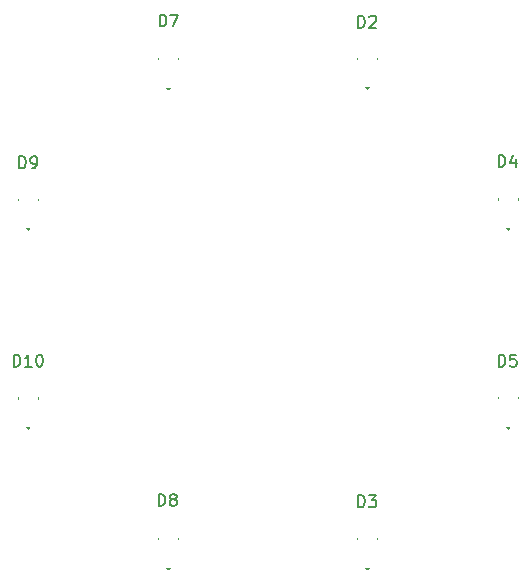
<source format=gto>
G04 #@! TF.GenerationSoftware,KiCad,Pcbnew,(6.0.0)*
G04 #@! TF.CreationDate,2022-02-11T23:35:21-05:00*
G04 #@! TF.ProjectId,FalconRear,46616c63-6f6e-4526-9561-722e6b696361,1A*
G04 #@! TF.SameCoordinates,Original*
G04 #@! TF.FileFunction,Legend,Top*
G04 #@! TF.FilePolarity,Positive*
%FSLAX46Y46*%
G04 Gerber Fmt 4.6, Leading zero omitted, Abs format (unit mm)*
G04 Created by KiCad (PCBNEW (6.0.0)) date 2022-02-11 23:35:21*
%MOMM*%
%LPD*%
G01*
G04 APERTURE LIST*
%ADD10C,0.150000*%
%ADD11C,0.120000*%
G04 APERTURE END LIST*
D10*
X152661904Y-73052380D02*
X152661904Y-72052380D01*
X152900000Y-72052380D01*
X153042857Y-72100000D01*
X153138095Y-72195238D01*
X153185714Y-72290476D01*
X153233333Y-72480952D01*
X153233333Y-72623809D01*
X153185714Y-72814285D01*
X153138095Y-72909523D01*
X153042857Y-73004761D01*
X152900000Y-73052380D01*
X152661904Y-73052380D01*
X153614285Y-72147619D02*
X153661904Y-72100000D01*
X153757142Y-72052380D01*
X153995238Y-72052380D01*
X154090476Y-72100000D01*
X154138095Y-72147619D01*
X154185714Y-72242857D01*
X154185714Y-72338095D01*
X154138095Y-72480952D01*
X153566666Y-73052380D01*
X154185714Y-73052380D01*
X135761904Y-113552380D02*
X135761904Y-112552380D01*
X136000000Y-112552380D01*
X136142857Y-112600000D01*
X136238095Y-112695238D01*
X136285714Y-112790476D01*
X136333333Y-112980952D01*
X136333333Y-113123809D01*
X136285714Y-113314285D01*
X136238095Y-113409523D01*
X136142857Y-113504761D01*
X136000000Y-113552380D01*
X135761904Y-113552380D01*
X136904761Y-112980952D02*
X136809523Y-112933333D01*
X136761904Y-112885714D01*
X136714285Y-112790476D01*
X136714285Y-112742857D01*
X136761904Y-112647619D01*
X136809523Y-112600000D01*
X136904761Y-112552380D01*
X137095238Y-112552380D01*
X137190476Y-112600000D01*
X137238095Y-112647619D01*
X137285714Y-112742857D01*
X137285714Y-112790476D01*
X137238095Y-112885714D01*
X137190476Y-112933333D01*
X137095238Y-112980952D01*
X136904761Y-112980952D01*
X136809523Y-113028571D01*
X136761904Y-113076190D01*
X136714285Y-113171428D01*
X136714285Y-113361904D01*
X136761904Y-113457142D01*
X136809523Y-113504761D01*
X136904761Y-113552380D01*
X137095238Y-113552380D01*
X137190476Y-113504761D01*
X137238095Y-113457142D01*
X137285714Y-113361904D01*
X137285714Y-113171428D01*
X137238095Y-113076190D01*
X137190476Y-113028571D01*
X137095238Y-112980952D01*
X164561904Y-101752380D02*
X164561904Y-100752380D01*
X164800000Y-100752380D01*
X164942857Y-100800000D01*
X165038095Y-100895238D01*
X165085714Y-100990476D01*
X165133333Y-101180952D01*
X165133333Y-101323809D01*
X165085714Y-101514285D01*
X165038095Y-101609523D01*
X164942857Y-101704761D01*
X164800000Y-101752380D01*
X164561904Y-101752380D01*
X166038095Y-100752380D02*
X165561904Y-100752380D01*
X165514285Y-101228571D01*
X165561904Y-101180952D01*
X165657142Y-101133333D01*
X165895238Y-101133333D01*
X165990476Y-101180952D01*
X166038095Y-101228571D01*
X166085714Y-101323809D01*
X166085714Y-101561904D01*
X166038095Y-101657142D01*
X165990476Y-101704761D01*
X165895238Y-101752380D01*
X165657142Y-101752380D01*
X165561904Y-101704761D01*
X165514285Y-101657142D01*
X135861904Y-72952380D02*
X135861904Y-71952380D01*
X136100000Y-71952380D01*
X136242857Y-72000000D01*
X136338095Y-72095238D01*
X136385714Y-72190476D01*
X136433333Y-72380952D01*
X136433333Y-72523809D01*
X136385714Y-72714285D01*
X136338095Y-72809523D01*
X136242857Y-72904761D01*
X136100000Y-72952380D01*
X135861904Y-72952380D01*
X136766666Y-71952380D02*
X137433333Y-71952380D01*
X137004761Y-72952380D01*
X152661904Y-113652380D02*
X152661904Y-112652380D01*
X152900000Y-112652380D01*
X153042857Y-112700000D01*
X153138095Y-112795238D01*
X153185714Y-112890476D01*
X153233333Y-113080952D01*
X153233333Y-113223809D01*
X153185714Y-113414285D01*
X153138095Y-113509523D01*
X153042857Y-113604761D01*
X152900000Y-113652380D01*
X152661904Y-113652380D01*
X153566666Y-112652380D02*
X154185714Y-112652380D01*
X153852380Y-113033333D01*
X153995238Y-113033333D01*
X154090476Y-113080952D01*
X154138095Y-113128571D01*
X154185714Y-113223809D01*
X154185714Y-113461904D01*
X154138095Y-113557142D01*
X154090476Y-113604761D01*
X153995238Y-113652380D01*
X153709523Y-113652380D01*
X153614285Y-113604761D01*
X153566666Y-113557142D01*
X123961904Y-84952380D02*
X123961904Y-83952380D01*
X124200000Y-83952380D01*
X124342857Y-84000000D01*
X124438095Y-84095238D01*
X124485714Y-84190476D01*
X124533333Y-84380952D01*
X124533333Y-84523809D01*
X124485714Y-84714285D01*
X124438095Y-84809523D01*
X124342857Y-84904761D01*
X124200000Y-84952380D01*
X123961904Y-84952380D01*
X125009523Y-84952380D02*
X125200000Y-84952380D01*
X125295238Y-84904761D01*
X125342857Y-84857142D01*
X125438095Y-84714285D01*
X125485714Y-84523809D01*
X125485714Y-84142857D01*
X125438095Y-84047619D01*
X125390476Y-84000000D01*
X125295238Y-83952380D01*
X125104761Y-83952380D01*
X125009523Y-84000000D01*
X124961904Y-84047619D01*
X124914285Y-84142857D01*
X124914285Y-84380952D01*
X124961904Y-84476190D01*
X125009523Y-84523809D01*
X125104761Y-84571428D01*
X125295238Y-84571428D01*
X125390476Y-84523809D01*
X125438095Y-84476190D01*
X125485714Y-84380952D01*
X164561904Y-84852380D02*
X164561904Y-83852380D01*
X164800000Y-83852380D01*
X164942857Y-83900000D01*
X165038095Y-83995238D01*
X165085714Y-84090476D01*
X165133333Y-84280952D01*
X165133333Y-84423809D01*
X165085714Y-84614285D01*
X165038095Y-84709523D01*
X164942857Y-84804761D01*
X164800000Y-84852380D01*
X164561904Y-84852380D01*
X165990476Y-84185714D02*
X165990476Y-84852380D01*
X165752380Y-83804761D02*
X165514285Y-84519047D01*
X166133333Y-84519047D01*
X123485714Y-101752380D02*
X123485714Y-100752380D01*
X123723809Y-100752380D01*
X123866666Y-100800000D01*
X123961904Y-100895238D01*
X124009523Y-100990476D01*
X124057142Y-101180952D01*
X124057142Y-101323809D01*
X124009523Y-101514285D01*
X123961904Y-101609523D01*
X123866666Y-101704761D01*
X123723809Y-101752380D01*
X123485714Y-101752380D01*
X125009523Y-101752380D02*
X124438095Y-101752380D01*
X124723809Y-101752380D02*
X124723809Y-100752380D01*
X124628571Y-100895238D01*
X124533333Y-100990476D01*
X124438095Y-101038095D01*
X125628571Y-100752380D02*
X125723809Y-100752380D01*
X125819047Y-100800000D01*
X125866666Y-100847619D01*
X125914285Y-100942857D01*
X125961904Y-101133333D01*
X125961904Y-101371428D01*
X125914285Y-101561904D01*
X125866666Y-101657142D01*
X125819047Y-101704761D01*
X125723809Y-101752380D01*
X125628571Y-101752380D01*
X125533333Y-101704761D01*
X125485714Y-101657142D01*
X125438095Y-101561904D01*
X125390476Y-101371428D01*
X125390476Y-101133333D01*
X125438095Y-100942857D01*
X125485714Y-100847619D01*
X125533333Y-100800000D01*
X125628571Y-100752380D01*
D11*
X154265749Y-75718547D02*
X154265749Y-75618547D01*
X152565749Y-75718547D02*
X152565749Y-75618547D01*
X154265749Y-75668547D02*
X154265749Y-75718547D01*
X153415749Y-78268547D02*
X153265749Y-78118547D01*
X153265749Y-78118547D02*
X153565749Y-78118547D01*
X153565749Y-78118547D02*
X153415749Y-78268547D01*
G36*
X153415749Y-78268547D02*
G01*
X153265749Y-78118547D01*
X153565749Y-78118547D01*
X153415749Y-78268547D01*
G37*
X153415749Y-78268547D02*
X153265749Y-78118547D01*
X153565749Y-78118547D01*
X153415749Y-78268547D01*
X137427527Y-116369111D02*
X137427527Y-116269111D01*
X135727527Y-116369111D02*
X135727527Y-116269111D01*
X137427527Y-116319111D02*
X137427527Y-116369111D01*
X136577527Y-118919111D02*
X136427527Y-118769111D01*
X136427527Y-118769111D02*
X136727527Y-118769111D01*
X136727527Y-118769111D02*
X136577527Y-118919111D01*
G36*
X136577527Y-118919111D02*
G01*
X136427527Y-118769111D01*
X136727527Y-118769111D01*
X136577527Y-118919111D01*
G37*
X136577527Y-118919111D02*
X136427527Y-118769111D01*
X136727527Y-118769111D01*
X136577527Y-118919111D01*
X166168275Y-104399999D02*
X166168275Y-104449999D01*
X166168275Y-104449999D02*
X166168275Y-104349999D01*
X164468275Y-104449999D02*
X164468275Y-104349999D01*
X165318275Y-106999999D02*
X165168275Y-106849999D01*
X165168275Y-106849999D02*
X165468275Y-106849999D01*
X165468275Y-106849999D02*
X165318275Y-106999999D01*
G36*
X165318275Y-106999999D02*
G01*
X165168275Y-106849999D01*
X165468275Y-106849999D01*
X165318275Y-106999999D01*
G37*
X165318275Y-106999999D02*
X165168275Y-106849999D01*
X165468275Y-106849999D01*
X165318275Y-106999999D01*
X137431487Y-75682264D02*
X137431487Y-75732264D01*
X137431487Y-75732264D02*
X137431487Y-75632264D01*
X135731487Y-75732264D02*
X135731487Y-75632264D01*
X136581487Y-78282264D02*
X136431487Y-78132264D01*
X136431487Y-78132264D02*
X136731487Y-78132264D01*
X136731487Y-78132264D02*
X136581487Y-78282264D01*
G36*
X136581487Y-78282264D02*
G01*
X136431487Y-78132264D01*
X136731487Y-78132264D01*
X136581487Y-78282264D01*
G37*
X136581487Y-78282264D02*
X136431487Y-78132264D01*
X136731487Y-78132264D01*
X136581487Y-78282264D01*
X154262771Y-116363853D02*
X154262771Y-116263853D01*
X152562771Y-116363853D02*
X152562771Y-116263853D01*
X154262771Y-116313853D02*
X154262771Y-116363853D01*
X153412771Y-118913853D02*
X153262771Y-118763853D01*
X153262771Y-118763853D02*
X153562771Y-118763853D01*
X153562771Y-118763853D02*
X153412771Y-118913853D01*
G36*
X153412771Y-118913853D02*
G01*
X153262771Y-118763853D01*
X153562771Y-118763853D01*
X153412771Y-118913853D01*
G37*
X153412771Y-118913853D02*
X153262771Y-118763853D01*
X153562771Y-118763853D01*
X153412771Y-118913853D01*
X125526038Y-87582400D02*
X125526038Y-87632400D01*
X123826038Y-87632400D02*
X123826038Y-87532400D01*
X125526038Y-87632400D02*
X125526038Y-87532400D01*
X124676038Y-90182400D02*
X124526038Y-90032400D01*
X124526038Y-90032400D02*
X124826038Y-90032400D01*
X124826038Y-90032400D02*
X124676038Y-90182400D01*
G36*
X124676038Y-90182400D02*
G01*
X124526038Y-90032400D01*
X124826038Y-90032400D01*
X124676038Y-90182400D01*
G37*
X124676038Y-90182400D02*
X124526038Y-90032400D01*
X124826038Y-90032400D01*
X124676038Y-90182400D01*
X166167478Y-87567539D02*
X166167478Y-87617539D01*
X166167478Y-87617539D02*
X166167478Y-87517539D01*
X164467478Y-87617539D02*
X164467478Y-87517539D01*
X165317478Y-90167539D02*
X165167478Y-90017539D01*
X165167478Y-90017539D02*
X165467478Y-90017539D01*
X165467478Y-90017539D02*
X165317478Y-90167539D01*
G36*
X165317478Y-90167539D02*
G01*
X165167478Y-90017539D01*
X165467478Y-90017539D01*
X165317478Y-90167539D01*
G37*
X165317478Y-90167539D02*
X165167478Y-90017539D01*
X165467478Y-90017539D01*
X165317478Y-90167539D01*
X125522292Y-104412605D02*
X125522292Y-104462605D01*
X123822292Y-104462605D02*
X123822292Y-104362605D01*
X125522292Y-104462605D02*
X125522292Y-104362605D01*
X124672292Y-107012605D02*
X124522292Y-106862605D01*
X124522292Y-106862605D02*
X124822292Y-106862605D01*
X124822292Y-106862605D02*
X124672292Y-107012605D01*
G36*
X124672292Y-107012605D02*
G01*
X124522292Y-106862605D01*
X124822292Y-106862605D01*
X124672292Y-107012605D01*
G37*
X124672292Y-107012605D02*
X124522292Y-106862605D01*
X124822292Y-106862605D01*
X124672292Y-107012605D01*
M02*

</source>
